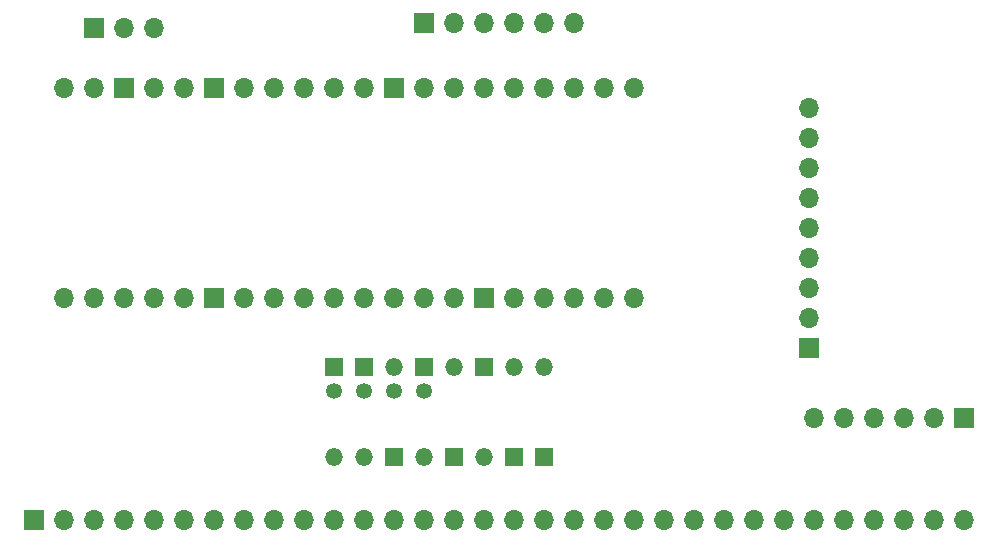
<source format=gbr>
%TF.GenerationSoftware,KiCad,Pcbnew,8.0.7*%
%TF.CreationDate,2025-02-06T19:54:10+01:00*%
%TF.ProjectId,Sorbus-Sound,536f7262-7573-42d5-936f-756e642e6b69,rev?*%
%TF.SameCoordinates,Original*%
%TF.FileFunction,Soldermask,Top*%
%TF.FilePolarity,Negative*%
%FSLAX46Y46*%
G04 Gerber Fmt 4.6, Leading zero omitted, Abs format (unit mm)*
G04 Created by KiCad (PCBNEW 8.0.7) date 2025-02-06 19:54:10*
%MOMM*%
%LPD*%
G01*
G04 APERTURE LIST*
%ADD10R,1.500000X1.500000*%
%ADD11O,1.500000X1.500000*%
%ADD12O,1.700000X1.700000*%
%ADD13R,1.700000X1.700000*%
%ADD14C,1.350000*%
G04 APERTURE END LIST*
D10*
%TO.C,D11*%
X66548000Y-63236000D03*
D11*
X66548000Y-70856000D03*
%TD*%
D10*
%TO.C,D8*%
X58928000Y-63236000D03*
D11*
X58928000Y-70856000D03*
%TD*%
D10*
%TO.C,D13*%
X71628000Y-63236000D03*
D11*
X71628000Y-70856000D03*
%TD*%
D10*
%TO.C,D14*%
X74168000Y-70861000D03*
D11*
X74168000Y-63241000D03*
%TD*%
D10*
%TO.C,D9*%
X61468000Y-63236000D03*
D11*
X61468000Y-70856000D03*
%TD*%
D10*
%TO.C,D15*%
X76708000Y-70866000D03*
D11*
X76708000Y-63246000D03*
%TD*%
D10*
%TO.C,D10*%
X64008000Y-70866000D03*
D11*
X64008000Y-63246000D03*
%TD*%
D10*
%TO.C,D12*%
X69088000Y-70866000D03*
D11*
X69088000Y-63246000D03*
%TD*%
D12*
%TO.C,U1*%
X36068000Y-57404000D03*
X38608000Y-57404000D03*
X41148000Y-57404000D03*
X43688000Y-57404000D03*
X46228000Y-57404000D03*
D13*
X48768000Y-57404000D03*
D12*
X51308000Y-57404000D03*
X53848000Y-57404000D03*
X56388000Y-57404000D03*
X58928000Y-57404000D03*
X61468000Y-57404000D03*
X64008000Y-57404000D03*
X66548000Y-57404000D03*
X69088000Y-57404000D03*
D13*
X71628000Y-57404000D03*
D12*
X74168000Y-57404000D03*
X76708000Y-57404000D03*
X79248000Y-57404000D03*
X81788000Y-57404000D03*
X84328000Y-57404000D03*
X84328000Y-39624000D03*
X81788000Y-39624000D03*
X79248000Y-39624000D03*
X76708000Y-39624000D03*
X74168000Y-39624000D03*
X71628000Y-39624000D03*
X69088000Y-39624000D03*
X66548000Y-39624000D03*
D13*
X64008000Y-39624000D03*
D12*
X61468000Y-39624000D03*
X58928000Y-39624000D03*
X56388000Y-39624000D03*
X53848000Y-39624000D03*
X51308000Y-39624000D03*
D13*
X48768000Y-39624000D03*
D12*
X46228000Y-39624000D03*
X43688000Y-39624000D03*
D13*
X41148000Y-39624000D03*
D12*
X38608000Y-39624000D03*
X36068000Y-39624000D03*
%TD*%
D13*
%TO.C,J2*%
X38608000Y-34544000D03*
D12*
X41148000Y-34544000D03*
X43688000Y-34544000D03*
%TD*%
D13*
%TO.C,J5*%
X66573400Y-34137600D03*
D12*
X69113400Y-34137600D03*
X71653400Y-34137600D03*
X74193400Y-34137600D03*
X76733400Y-34137600D03*
X79273400Y-34137600D03*
%TD*%
D13*
%TO.C,J3*%
X112278000Y-67564000D03*
D12*
X109738000Y-67564000D03*
X107198000Y-67564000D03*
X104658000Y-67564000D03*
X102118000Y-67564000D03*
X99578000Y-67564000D03*
%TD*%
D13*
%TO.C,J4*%
X99187000Y-61595000D03*
D12*
X99187000Y-59055000D03*
X99187000Y-56515000D03*
X99187000Y-53975000D03*
X99187000Y-51435000D03*
X99187000Y-48895000D03*
X99187000Y-46355000D03*
X99187000Y-43815000D03*
X99187000Y-41275000D03*
%TD*%
D14*
%TO.C,J8*%
X58928000Y-65273000D03*
%TD*%
D13*
%TO.C,J1*%
X33528000Y-76200000D03*
D12*
X36068000Y-76200000D03*
X38608000Y-76200000D03*
X41148000Y-76200000D03*
X43688000Y-76200000D03*
X46228000Y-76200000D03*
X48768000Y-76200000D03*
X51308000Y-76200000D03*
X53848000Y-76200000D03*
X56388000Y-76200000D03*
X58928000Y-76200000D03*
X61468000Y-76200000D03*
X64008000Y-76200000D03*
X66548000Y-76200000D03*
X69088000Y-76200000D03*
X71628000Y-76200000D03*
X74168000Y-76200000D03*
X76708000Y-76200000D03*
X79248000Y-76200000D03*
X81788000Y-76200000D03*
X84328000Y-76200000D03*
X86868000Y-76200000D03*
X89408000Y-76200000D03*
X91948000Y-76200000D03*
X94488000Y-76200000D03*
X97028000Y-76200000D03*
X99568000Y-76200000D03*
X102108000Y-76200000D03*
X104648000Y-76200000D03*
X107188000Y-76200000D03*
X109728000Y-76200000D03*
X112268000Y-76200000D03*
%TD*%
D14*
%TO.C,J11*%
X66598800Y-65278000D03*
%TD*%
%TO.C,J9*%
X61518800Y-65278000D03*
%TD*%
%TO.C,J10*%
X64008000Y-65273000D03*
%TD*%
M02*

</source>
